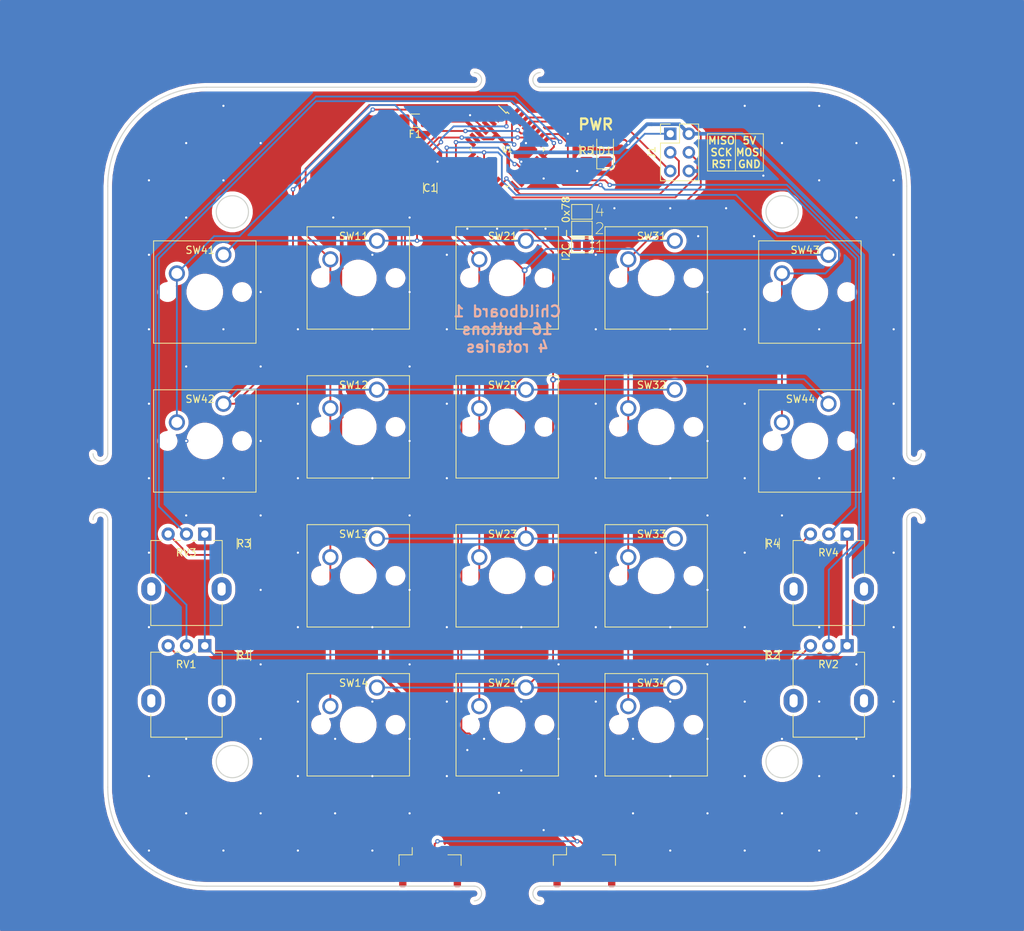
<source format=kicad_pcb>
(kicad_pcb (version 20171130) (host pcbnew "(5.1.9)-1")
  (layers (0 F.Cu signal) (31 B.Cu signal) (34 B.Paste user) (35 F.Paste user) (36 B.SilkS user) (37 F.SilkS user) (38 B.Mask user) (39 F.Mask user) (44 Edge.Cuts user))
  (net 0 "")
  (net 1 MISO)
  (net 2 +5V)
  (net 3 SCK)
  (net 4 MOSI)
  (net 5 RESET)
  (net 6 GND)
  (net 7 SDA)
  (net 8 SCL)
  (net 9 "Net-(U1-Pad22)")
  (net 10 "Net-(U1-Pad19)")
  (net 11 "Net-(U1-Pad8)")
  (net 12 /COL1)
  (net 13 /ROW1)
  (net 14 /ROW2)
  (net 15 /ROW3)
  (net 16 /ROW4)
  (net 17 /COL2)
  (net 18 /COL3)
  (net 19 A2)
  (net 20 A3)
  (net 21 A1)
  (net 22 A0)
  (net 23 /COL4)
  (net 24 "Net-(R1-Pad1)")
  (net 25 "Net-(R2-Pad1)")
  (net 26 "Net-(R3-Pad1)")
  (net 27 "Net-(R4-Pad1)")
  (net 28 "Net-(D1-Pad1)")
  (net 29 "Net-(C1-Pad1)")
  (net 30 /1line)
  (net 31 /2line)
  (net 32 /4line)
  (net 33 "Net-(F1-Pad2)")
  (net 34 "Net-(U1-Pad7)")
  (module Connector_JST:JST_GH_SM04B-GHS-TB_1x04-1MP_P1.25mm_Horizontal (layer F.Cu) (at 67.026 106.426)
    (fp_text reference J3 hide)
    (fp_text value Conn_01x04)
    (pad MP smd roundrect (at 3.725 1.35) (size 1 2.7) (layers F.Cu F.Paste F.Mask))
    (pad MP smd roundrect (at -3.725 1.35) (size 1 2.7) (layers F.Cu F.Paste F.Mask))
    (pad 4 smd roundrect (at 1.875 -1.85) (size 0.6 1.7) (layers F.Cu F.Paste F.Mask) (net 6 GND))
    (pad 3 smd roundrect (at 0.625 -1.85) (size 0.6 1.7) (layers F.Cu F.Paste F.Mask) (net 7 SDA))
    (pad 2 smd roundrect (at -0.625 -1.85) (size 0.6 1.7) (layers F.Cu F.Paste F.Mask) (net 8 SCL))
    (pad 1 smd roundrect (at -1.875 -1.85) (size 0.6 1.7) (layers F.Cu F.Paste F.Mask) (net 33 "Net-(F1-Pad2)"))
  )
  (module Connector_JST:JST_GH_SM04B-GHS-TB_1x04-1MP_P1.25mm_Horizontal (layer F.Cu) (at 45.974 106.426)
    (fp_text reference J2 hide)
    (fp_text value Conn_01x04)
    (pad MP smd roundrect (at 3.725 1.35) (size 1 2.7) (layers F.Cu F.Paste F.Mask))
    (pad MP smd roundrect (at -3.725 1.35) (size 1 2.7) (layers F.Cu F.Paste F.Mask))
    (pad 4 smd roundrect (at 1.875 -1.85) (size 0.6 1.7) (layers F.Cu F.Paste F.Mask) (net 6 GND))
    (pad 3 smd roundrect (at 0.625 -1.85) (size 0.6 1.7) (layers F.Cu F.Paste F.Mask) (net 7 SDA))
    (pad 2 smd roundrect (at -0.625 -1.85) (size 0.6 1.7) (layers F.Cu F.Paste F.Mask) (net 8 SCL))
    (pad 1 smd roundrect (at -1.875 -1.85) (size 0.6 1.7) (layers F.Cu F.Paste F.Mask) (net 33 "Net-(F1-Pad2)"))
  )
  (module Fuse:Fuse_1206_3216Metric_Pad1.42x1.75mm_HandSolder (layer F.Cu) (at 43.942 4.572 180)
    (fp_text reference F1 (at 0 -1.82) (layer F.SilkS))
    (fp_text value Polyfuse)
    (pad 2 smd roundrect (at 1.4875 0 180) (size 1.425 1.75) (layers F.Cu F.Paste F.Mask) (roundrect_rratio 0.175439) (net 33 "Net-(F1-Pad2)"))
    (pad 1 smd roundrect (at -1.4875 0 180) (size 1.425 1.75) (layers F.Cu F.Paste F.Mask) (roundrect_rratio 0.175439) (net 2 +5V))
  )
  (module Package_QFP:TQFP-32_7x7mm_P0.8mm (layer F.Cu) (at 56.5 8.5 315)
    (fp_text reference U1 (at 0 0) (layer F.SilkS) (effects (font (size 0.7 0.7))))
    (fp_text value ATmega328P-AU)
    (pad 32 smd rect (at -2.8 -4.25 45) (size 1.6 0.55) (layers F.Cu F.Paste F.Mask) (net 12 /COL1))
    (pad 31 smd rect (at -2 -4.25 45) (size 1.6 0.55) (layers F.Cu F.Paste F.Mask) (net 17 /COL2))
    (pad 30 smd rect (at -1.2 -4.25 45) (size 1.6 0.55) (layers F.Cu F.Paste F.Mask) (net 18 /COL3))
    (pad 29 smd rect (at -0.4 -4.25 45) (size 1.6 0.55) (layers F.Cu F.Paste F.Mask) (net 5 RESET))
    (pad 28 smd rect (at 0.4 -4.25 45) (size 1.6 0.55) (layers F.Cu F.Paste F.Mask) (net 8 SCL))
    (pad 27 smd rect (at 1.2 -4.25 45) (size 1.6 0.55) (layers F.Cu F.Paste F.Mask) (net 7 SDA))
    (pad 26 smd rect (at 2 -4.25 45) (size 1.6 0.55) (layers F.Cu F.Paste F.Mask) (net 20 A3))
    (pad 25 smd rect (at 2.8 -4.25 45) (size 1.6 0.55) (layers F.Cu F.Paste F.Mask) (net 19 A2))
    (pad 24 smd rect (at 4.25 -2.8 315) (size 1.6 0.55) (layers F.Cu F.Paste F.Mask) (net 21 A1))
    (pad 23 smd rect (at 4.25 -2 315) (size 1.6 0.55) (layers F.Cu F.Paste F.Mask) (net 22 A0))
    (pad 22 smd rect (at 4.25 -1.2 315) (size 1.6 0.55) (layers F.Cu F.Paste F.Mask) (net 9 "Net-(U1-Pad22)"))
    (pad 21 smd rect (at 4.25 -0.4 315) (size 1.6 0.55) (layers F.Cu F.Paste F.Mask) (net 6 GND))
    (pad 20 smd rect (at 4.25 0.4 315) (size 1.6 0.55) (layers F.Cu F.Paste F.Mask) (net 29 "Net-(C1-Pad1)"))
    (pad 19 smd rect (at 4.25 1.2 315) (size 1.6 0.55) (layers F.Cu F.Paste F.Mask) (net 10 "Net-(U1-Pad19)"))
    (pad 18 smd rect (at 4.25 2 315) (size 1.6 0.55) (layers F.Cu F.Paste F.Mask) (net 2 +5V))
    (pad 17 smd rect (at 4.25 2.8 315) (size 1.6 0.55) (layers F.Cu F.Paste F.Mask) (net 3 SCK))
    (pad 16 smd rect (at 2.8 4.25 45) (size 1.6 0.55) (layers F.Cu F.Paste F.Mask) (net 1 MISO))
    (pad 15 smd rect (at 2 4.25 45) (size 1.6 0.55) (layers F.Cu F.Paste F.Mask) (net 4 MOSI))
    (pad 14 smd rect (at 1.2 4.25 45) (size 1.6 0.55) (layers F.Cu F.Paste F.Mask) (net 32 /4line))
    (pad 13 smd rect (at 0.4 4.25 45) (size 1.6 0.55) (layers F.Cu F.Paste F.Mask) (net 31 /2line))
    (pad 12 smd rect (at -0.4 4.25 45) (size 1.6 0.55) (layers F.Cu F.Paste F.Mask) (net 30 /1line))
    (pad 11 smd rect (at -1.2 4.25 45) (size 1.6 0.55) (layers F.Cu F.Paste F.Mask) (net 23 /COL4))
    (pad 10 smd rect (at -2 4.25 45) (size 1.6 0.55) (layers F.Cu F.Paste F.Mask) (net 16 /ROW4))
    (pad 9 smd rect (at -2.8 4.25 45) (size 1.6 0.55) (layers F.Cu F.Paste F.Mask) (net 15 /ROW3))
    (pad 8 smd rect (at -4.25 2.8 315) (size 1.6 0.55) (layers F.Cu F.Paste F.Mask) (net 11 "Net-(U1-Pad8)"))
    (pad 7 smd rect (at -4.25 2 315) (size 1.6 0.55) (layers F.Cu F.Paste F.Mask) (net 34 "Net-(U1-Pad7)"))
    (pad 6 smd rect (at -4.25 1.2 315) (size 1.6 0.55) (layers F.Cu F.Paste F.Mask) (net 2 +5V))
    (pad 5 smd rect (at -4.25 0.4 315) (size 1.6 0.55) (layers F.Cu F.Paste F.Mask) (net 6 GND))
    (pad 4 smd rect (at -4.25 -0.4 315) (size 1.6 0.55) (layers F.Cu F.Paste F.Mask) (net 2 +5V))
    (pad 3 smd rect (at -4.25 -1.2 315) (size 1.6 0.55) (layers F.Cu F.Paste F.Mask) (net 6 GND))
    (pad 2 smd rect (at -4.25 -2 315) (size 1.6 0.55) (layers F.Cu F.Paste F.Mask) (net 14 /ROW2))
    (pad 1 smd rect (at -4.25 -2.8 315) (size 1.6 0.55) (layers F.Cu F.Paste F.Mask) (net 13 /ROW1))
  )
  (module Jumper:SolderJumper-2_P1.3mm_Open_Pad1.0x1.5mm (layer F.Cu) (at 66.69 19.288)
    (fp_text reference JP2 hide)
    (fp_text value Jumper_NO_Small)
    (pad 1 smd rect (at -0.65 0) (size 1 1.5) (layers F.Cu F.Mask) (net 31 /2line))
    (pad 2 smd rect (at 0.65 0) (size 1 1.5) (layers F.Cu F.Mask) (net 6 GND))
  )
  (module Jumper:SolderJumper-2_P1.3mm_Open_Pad1.0x1.5mm (layer F.Cu) (at 66.69 17.002)
    (fp_text reference JP3 hide)
    (fp_text value Jumper_NO_Small)
    (pad 1 smd rect (at -0.65 0) (size 1 1.5) (layers F.Cu F.Mask) (net 32 /4line))
    (pad 2 smd rect (at 0.65 0) (size 1 1.5) (layers F.Cu F.Mask) (net 6 GND))
  )
  (module Jumper:SolderJumper-2_P1.3mm_Open_Pad1.0x1.5mm (layer F.Cu) (at 66.69 21.574)
    (fp_text reference JP1 hide)
    (fp_text value Jumper_NO_Small)
    (pad 1 smd rect (at -0.65 0) (size 1 1.5) (layers F.Cu F.Mask) (net 30 /1line))
    (pad 2 smd rect (at 0.65 0) (size 1 1.5) (layers F.Cu F.Mask) (net 6 GND))
  )
  (module Capacitor_SMD:C_1206_3216Metric_Pad1.33x1.80mm_HandSolder (layer F.Cu) (at 46 13.75 90)
    (fp_text reference C1 (at 0 0 180) (layer F.SilkS))
    (fp_text value 100nF)
    (pad 2 smd roundrect (at 1.5625 0 90) (size 1.325 1.8) (layers F.Cu F.Paste F.Mask) (roundrect_rratio 0.188679) (net 6 GND))
    (pad 1 smd roundrect (at -1.5625 0 90) (size 1.325 1.8) (layers F.Cu F.Paste F.Mask) (roundrect_rratio 0.188679) (net 29 "Net-(C1-Pad1)"))
  )
  (module Button_Switch_Keyboard:SW_Cherry_MX_1.00u_PCB (layer F.Cu) (at 59.04 20.94)
    (fp_text reference SW21 (at -3.16 -0.62) (layer F.SilkS))
    (fp_text value SW_Push)
    (pad "" np_thru_hole circle (at 2.54 5.08) (size 1.7 1.7) (drill 1.7) (layers *.Cu *.Mask))
    (pad "" np_thru_hole circle (at -7.62 5.08) (size 1.7 1.7) (drill 1.7) (layers *.Cu *.Mask))
    (pad "" np_thru_hole circle (at -2.54 5.08) (size 4 4) (drill 4) (layers *.Cu *.Mask))
    (pad 2 thru_hole circle (at -6.35 2.54) (size 2.2 2.2) (drill 1.5) (layers *.Cu *.Mask) (net 17 /COL2))
    (pad 1 thru_hole circle (at 0 0) (size 2.2 2.2) (drill 1.5) (layers *.Cu *.Mask) (net 13 /ROW1))
  )
  (module Resistor_SMD:R_1206_3216Metric_Pad1.30x1.75mm_HandSolder (layer F.Cu) (at 67.31 8.61 270)
    (fp_text reference R5 (at 0.045 0 180) (layer F.SilkS))
    (fp_text value 330)
    (pad 2 smd roundrect (at 1.55 0 270) (size 1.3 1.75) (layers F.Cu F.Paste F.Mask) (roundrect_rratio 0.192308) (net 28 "Net-(D1-Pad1)"))
    (pad 1 smd roundrect (at -1.55 0 270) (size 1.3 1.75) (layers F.Cu F.Paste F.Mask) (roundrect_rratio 0.192308) (net 6 GND))
  )
  (module LED_SMD:LED_1206_3216Metric_Pad1.42x1.75mm_HandSolder (layer F.Cu) (at 69.85 8.6725 90)
    (fp_text reference D1 (at 0 0) (layer F.SilkS))
    (fp_text value LED)
    (pad 2 smd roundrect (at 1.4875 0 90) (size 1.425 1.75) (layers F.Cu F.Paste F.Mask) (roundrect_rratio 0.175439) (net 2 +5V))
    (pad 1 smd roundrect (at -1.4875 0 90) (size 1.425 1.75) (layers F.Cu F.Paste F.Mask) (roundrect_rratio 0.175439) (net 28 "Net-(D1-Pad1)"))
  )
  (module Resistor_SMD:R_1206_3216Metric_Pad1.30x1.75mm_HandSolder (layer F.Cu) (at 92.71 62.256 90)
    (fp_text reference R4 (at 0 0 180) (layer F.SilkS))
    (fp_text value 330)
    (pad 2 smd roundrect (at 1.55 0 90) (size 1.3 1.75) (layers F.Cu F.Paste F.Mask) (roundrect_rratio 0.192308) (net 6 GND))
    (pad 1 smd roundrect (at -1.55 0 90) (size 1.3 1.75) (layers F.Cu F.Paste F.Mask) (roundrect_rratio 0.192308) (net 27 "Net-(R4-Pad1)"))
  )
  (module Resistor_SMD:R_1206_3216Metric_Pad1.30x1.75mm_HandSolder (layer F.Cu) (at 20.574 62.256 90)
    (fp_text reference R3 (at 0 0 180) (layer F.SilkS))
    (fp_text value 330)
    (pad 2 smd roundrect (at 1.55 0 90) (size 1.3 1.75) (layers F.Cu F.Paste F.Mask) (roundrect_rratio 0.192308) (net 6 GND))
    (pad 1 smd roundrect (at -1.55 0 90) (size 1.3 1.75) (layers F.Cu F.Paste F.Mask) (roundrect_rratio 0.192308) (net 26 "Net-(R3-Pad1)"))
  )
  (module Resistor_SMD:R_1206_3216Metric_Pad1.30x1.75mm_HandSolder (layer F.Cu) (at 92.71 77.496 90)
    (fp_text reference R2 (at 0 0 180) (layer F.SilkS))
    (fp_text value 330)
    (pad 2 smd roundrect (at 1.55 0 90) (size 1.3 1.75) (layers F.Cu F.Paste F.Mask) (roundrect_rratio 0.192308) (net 6 GND))
    (pad 1 smd roundrect (at -1.55 0 90) (size 1.3 1.75) (layers F.Cu F.Paste F.Mask) (roundrect_rratio 0.192308) (net 25 "Net-(R2-Pad1)"))
  )
  (module Resistor_SMD:R_1206_3216Metric_Pad1.30x1.75mm_HandSolder (layer F.Cu) (at 20.574 77.496 90)
    (fp_text reference R1 (at 0 0 180) (layer F.SilkS))
    (fp_text value 330)
    (pad 2 smd roundrect (at 1.55 0 90) (size 1.3 1.75) (layers F.Cu F.Paste F.Mask) (roundrect_rratio 0.192308) (net 6 GND))
    (pad 1 smd roundrect (at -1.55 0 90) (size 1.3 1.75) (layers F.Cu F.Paste F.Mask) (roundrect_rratio 0.192308) (net 24 "Net-(R1-Pad1)"))
  )
  (module Connector_PinHeader_2.54mm:PinHeader_2x03_P2.54mm_Vertical (layer F.Cu) (at 78.74 6.35)
    (fp_text reference J1 (at -2.54 2.54 90) (layer F.SilkS))
    (fp_text value Conn_02x03_Odd_Even)
    (pad 6 thru_hole oval (at 2.54 5.08) (size 1.7 1.7) (drill 1) (layers *.Cu *.Mask) (net 6 GND))
    (pad 5 thru_hole oval (at 0 5.08) (size 1.7 1.7) (drill 1) (layers *.Cu *.Mask) (net 5 RESET))
    (pad 4 thru_hole oval (at 2.54 2.54) (size 1.7 1.7) (drill 1) (layers *.Cu *.Mask) (net 4 MOSI))
    (pad 3 thru_hole oval (at 0 2.54) (size 1.7 1.7) (drill 1) (layers *.Cu *.Mask) (net 3 SCK))
    (pad 2 thru_hole oval (at 2.54 0) (size 1.7 1.7) (drill 1) (layers *.Cu *.Mask) (net 2 +5V))
    (pad 1 thru_hole rect (at 0 0) (size 1.7 1.7) (drill 1) (layers *.Cu *.Mask) (net 1 MISO))
  )
  (module Button_Switch_Keyboard:SW_Cherry_MX_1.00u_PCB (layer F.Cu) (at 100.33 43.18)
    (fp_text reference SW44 (at -3.81 -0.635) (layer F.SilkS))
    (fp_text value SW_Push)
    (pad "" np_thru_hole circle (at 2.54 5.08) (size 1.7 1.7) (drill 1.7) (layers *.Cu *.Mask))
    (pad "" np_thru_hole circle (at -7.62 5.08) (size 1.7 1.7) (drill 1.7) (layers *.Cu *.Mask))
    (pad "" np_thru_hole circle (at -2.54 5.08) (size 4 4) (drill 4) (layers *.Cu *.Mask))
    (pad 2 thru_hole circle (at -6.35 2.54) (size 2.2 2.2) (drill 1.5) (layers *.Cu *.Mask) (net 23 /COL4))
    (pad 1 thru_hole circle (at 0 0) (size 2.2 2.2) (drill 1.5) (layers *.Cu *.Mask) (net 16 /ROW4))
  )
  (module Button_Switch_Keyboard:SW_Cherry_MX_1.00u_PCB (layer F.Cu) (at 100.33 22.86)
    (fp_text reference SW43 (at -3.175 -0.635) (layer F.SilkS))
    (fp_text value SW_Push)
    (pad "" np_thru_hole circle (at 2.54 5.08) (size 1.7 1.7) (drill 1.7) (layers *.Cu *.Mask))
    (pad "" np_thru_hole circle (at -7.62 5.08) (size 1.7 1.7) (drill 1.7) (layers *.Cu *.Mask))
    (pad "" np_thru_hole circle (at -2.54 5.08) (size 4 4) (drill 4) (layers *.Cu *.Mask))
    (pad 2 thru_hole circle (at -6.35 2.54) (size 2.2 2.2) (drill 1.5) (layers *.Cu *.Mask) (net 23 /COL4))
    (pad 1 thru_hole circle (at 0 0) (size 2.2 2.2) (drill 1.5) (layers *.Cu *.Mask) (net 15 /ROW3))
  )
  (module Button_Switch_Keyboard:SW_Cherry_MX_1.00u_PCB (layer F.Cu) (at 17.78 43.18)
    (fp_text reference SW42 (at -3.175 -0.635) (layer F.SilkS))
    (fp_text value SW_Push)
    (pad "" np_thru_hole circle (at 2.54 5.08) (size 1.7 1.7) (drill 1.7) (layers *.Cu *.Mask))
    (pad "" np_thru_hole circle (at -7.62 5.08) (size 1.7 1.7) (drill 1.7) (layers *.Cu *.Mask))
    (pad "" np_thru_hole circle (at -2.54 5.08) (size 4 4) (drill 4) (layers *.Cu *.Mask))
    (pad 2 thru_hole circle (at -6.35 2.54) (size 2.2 2.2) (drill 1.5) (layers *.Cu *.Mask) (net 23 /COL4))
    (pad 1 thru_hole circle (at 0 0) (size 2.2 2.2) (drill 1.5) (layers *.Cu *.Mask) (net 14 /ROW2))
  )
  (module Button_Switch_Keyboard:SW_Cherry_MX_1.00u_PCB (layer F.Cu) (at 17.78 22.86)
    (fp_text reference SW41 (at -3.175 -0.635) (layer F.SilkS))
    (fp_text value SW_Push)
    (pad "" np_thru_hole circle (at 2.54 5.08) (size 1.7 1.7) (drill 1.7) (layers *.Cu *.Mask))
    (pad "" np_thru_hole circle (at -7.62 5.08) (size 1.7 1.7) (drill 1.7) (layers *.Cu *.Mask))
    (pad "" np_thru_hole circle (at -2.54 5.08) (size 4 4) (drill 4) (layers *.Cu *.Mask))
    (pad 2 thru_hole circle (at -6.35 2.54) (size 2.2 2.2) (drill 1.5) (layers *.Cu *.Mask) (net 23 /COL4))
    (pad 1 thru_hole circle (at 0 0) (size 2.2 2.2) (drill 1.5) (layers *.Cu *.Mask) (net 13 /ROW1))
  )
  (module Potentiometer_THT:Potentiometer_Alpha_RD901F-40-00D_Single_Vertical (layer F.Cu) (at 102.87 60.96 270)
    (fp_text reference RV4 (at 2.54 2.54) (layer F.SilkS))
    (fp_text value R_POT)
    (pad "" thru_hole oval (at 7.5 -2.3) (size 2.72 3.24) (drill oval 1.1 1.8) (layers *.Cu *.Mask))
    (pad "" thru_hole oval (at 7.5 7.3) (size 2.72 3.24) (drill oval 1.1 1.8) (layers *.Cu *.Mask))
    (pad 3 thru_hole circle (at 0 5) (size 1.8 1.8) (drill 1) (layers *.Cu *.Mask) (net 27 "Net-(R4-Pad1)"))
    (pad 2 thru_hole circle (at 0 2.5) (size 1.8 1.8) (drill 1) (layers *.Cu *.Mask) (net 22 A0))
    (pad 1 thru_hole rect (at 0 0) (size 1.8 1.8) (drill 1) (layers *.Cu *.Mask) (net 2 +5V))
  )
  (module Potentiometer_THT:Potentiometer_Alpha_RD901F-40-00D_Single_Vertical (layer F.Cu) (at 15.24 60.96 270)
    (fp_text reference RV3 (at 2.54 2.54) (layer F.SilkS))
    (fp_text value R_POT)
    (pad "" thru_hole oval (at 7.5 -2.3) (size 2.72 3.24) (drill oval 1.1 1.8) (layers *.Cu *.Mask))
    (pad "" thru_hole oval (at 7.5 7.3) (size 2.72 3.24) (drill oval 1.1 1.8) (layers *.Cu *.Mask))
    (pad 3 thru_hole circle (at 0 5) (size 1.8 1.8) (drill 1) (layers *.Cu *.Mask) (net 26 "Net-(R3-Pad1)"))
    (pad 2 thru_hole circle (at 0 2.5) (size 1.8 1.8) (drill 1) (layers *.Cu *.Mask) (net 21 A1))
    (pad 1 thru_hole rect (at 0 0) (size 1.8 1.8) (drill 1) (layers *.Cu *.Mask) (net 2 +5V))
  )
  (module Potentiometer_THT:Potentiometer_Alpha_RD901F-40-00D_Single_Vertical (layer F.Cu) (at 102.87 76.2 270)
    (fp_text reference RV2 (at 2.54 2.54) (layer F.SilkS))
    (fp_text value R_POT)
    (pad "" thru_hole oval (at 7.5 -2.3) (size 2.72 3.24) (drill oval 1.1 1.8) (layers *.Cu *.Mask))
    (pad "" thru_hole oval (at 7.5 7.3) (size 2.72 3.24) (drill oval 1.1 1.8) (layers *.Cu *.Mask))
    (pad 3 thru_hole circle (at 0 5) (size 1.8 1.8) (drill 1) (layers *.Cu *.Mask) (net 25 "Net-(R2-Pad1)"))
    (pad 2 thru_hole circle (at 0 2.5) (size 1.8 1.8) (drill 1) (layers *.Cu *.Mask) (net 20 A3))
    (pad 1 thru_hole rect (at 0 0) (size 1.8 1.8) (drill 1) (layers *.Cu *.Mask) (net 2 +5V))
  )
  (module Potentiometer_THT:Potentiometer_Alpha_RD901F-40-00D_Single_Vertical (layer F.Cu) (at 15.24 76.2 270)
    (fp_text reference RV1 (at 2.54 2.54 180) (layer F.SilkS))
    (fp_text value R_POT)
    (pad "" thru_hole oval (at 7.5 -2.3) (size 2.72 3.24) (drill oval 1.1 1.8) (layers *.Cu *.Mask))
    (pad "" thru_hole oval (at 7.5 7.3) (size 2.72 3.24) (drill oval 1.1 1.8) (layers *.Cu *.Mask))
    (pad 3 thru_hole circle (at 0 5) (size 1.8 1.8) (drill 1) (layers *.Cu *.Mask) (net 24 "Net-(R1-Pad1)"))
    (pad 2 thru_hole circle (at 0 2.5) (size 1.8 1.8) (drill 1) (layers *.Cu *.Mask) (net 19 A2))
    (pad 1 thru_hole rect (at 0 0) (size 1.8 1.8) (drill 1) (layers *.Cu *.Mask) (net 2 +5V))
  )
  (module Button_Switch_Keyboard:SW_Cherry_MX_1.00u_PCB (layer F.Cu) (at 79.36 81.9)
    (fp_text reference SW34 (at -3.16 -0.62) (layer F.SilkS))
    (fp_text value SW_Push)
    (pad "" np_thru_hole circle (at 2.54 5.08) (size 1.7 1.7) (drill 1.7) (layers *.Cu *.Mask))
    (pad "" np_thru_hole circle (at -7.62 5.08) (size 1.7 1.7) (drill 1.7) (layers *.Cu *.Mask))
    (pad "" np_thru_hole circle (at -2.54 5.08) (size 4 4) (drill 4) (layers *.Cu *.Mask))
    (pad 2 thru_hole circle (at -6.35 2.54) (size 2.2 2.2) (drill 1.5) (layers *.Cu *.Mask) (net 18 /COL3))
    (pad 1 thru_hole circle (at 0 0) (size 2.2 2.2) (drill 1.5) (layers *.Cu *.Mask) (net 16 /ROW4))
  )
  (module Button_Switch_Keyboard:SW_Cherry_MX_1.00u_PCB (layer F.Cu) (at 79.36 61.58)
    (fp_text reference SW33 (at -3.16 -0.62) (layer F.SilkS))
    (fp_text value SW_Push)
    (pad "" np_thru_hole circle (at 2.54 5.08) (size 1.7 1.7) (drill 1.7) (layers *.Cu *.Mask))
    (pad "" np_thru_hole circle (at -7.62 5.08) (size 1.7 1.7) (drill 1.7) (layers *.Cu *.Mask))
    (pad "" np_thru_hole circle (at -2.54 5.08) (size 4 4) (drill 4) (layers *.Cu *.Mask))
    (pad 2 thru_hole circle (at -6.35 2.54) (size 2.2 2.2) (drill 1.5) (layers *.Cu *.Mask) (net 18 /COL3))
    (pad 1 thru_hole circle (at 0 0) (size 2.2 2.2) (drill 1.5) (layers *.Cu *.Mask) (net 15 /ROW3))
  )
  (module Button_Switch_Keyboard:SW_Cherry_MX_1.00u_PCB (layer F.Cu) (at 79.36 41.26)
    (fp_text reference SW32 (at -3.16 -0.62) (layer F.SilkS))
    (fp_text value SW_Push)
    (pad "" np_thru_hole circle (at 2.54 5.08) (size 1.7 1.7) (drill 1.7) (layers *.Cu *.Mask))
    (pad "" np_thru_hole circle (at -7.62 5.08) (size 1.7 1.7) (drill 1.7) (layers *.Cu *.Mask))
    (pad "" np_thru_hole circle (at -2.54 5.08) (size 4 4) (drill 4) (layers *.Cu *.Mask))
    (pad 2 thru_hole circle (at -6.35 2.54) (size 2.2 2.2) (drill 1.5) (layers *.Cu *.Mask) (net 18 /COL3))
    (pad 1 thru_hole circle (at 0 0) (size 2.2 2.2) (drill 1.5) (layers *.Cu *.Mask) (net 14 /ROW2))
  )
  (module Button_Switch_Keyboard:SW_Cherry_MX_1.00u_PCB (layer F.Cu) (at 79.36 20.94)
    (fp_text reference SW31 (at -3.16 -0.62) (layer F.SilkS))
    (fp_text value SW_Push)
    (pad "" np_thru_hole circle (at 2.54 5.08) (size 1.7 1.7) (drill 1.7) (layers *.Cu *.Mask))
    (pad "" np_thru_hole circle (at -7.62 5.08) (size 1.7 1.7) (drill 1.7) (layers *.Cu *.Mask))
    (pad "" np_thru_hole circle (at -2.54 5.08) (size 4 4) (drill 4) (layers *.Cu *.Mask))
    (pad 2 thru_hole circle (at -6.35 2.54) (size 2.2 2.2) (drill 1.5) (layers *.Cu *.Mask) (net 18 /COL3))
    (pad 1 thru_hole circle (at 0 0) (size 2.2 2.2) (drill 1.5) (layers *.Cu *.Mask) (net 13 /ROW1))
  )
  (module Button_Switch_Keyboard:SW_Cherry_MX_1.00u_PCB (layer F.Cu) (at 59.04 81.9)
    (fp_text reference SW24 (at -3.16 -0.62) (layer F.SilkS))
    (fp_text value SW_Push)
    (pad "" np_thru_hole circle (at 2.54 5.08) (size 1.7 1.7) (drill 1.7) (layers *.Cu *.Mask))
    (pad "" np_thru_hole circle (at -7.62 5.08) (size 1.7 1.7) (drill 1.7) (layers *.Cu *.Mask))
    (pad "" np_thru_hole circle (at -2.54 5.08) (size 4 4) (drill 4) (layers *.Cu *.Mask))
    (pad 2 thru_hole circle (at -6.35 2.54) (size 2.2 2.2) (drill 1.5) (layers *.Cu *.Mask) (net 17 /COL2))
    (pad 1 thru_hole circle (at 0 0) (size 2.2 2.2) (drill 1.5) (layers *.Cu *.Mask) (net 16 /ROW4))
  )
  (module Button_Switch_Keyboard:SW_Cherry_MX_1.00u_PCB (layer F.Cu) (at 59.04 61.58)
    (fp_text reference SW23 (at -3.16 -0.62) (layer F.SilkS))
    (fp_text value SW_Push)
    (pad "" np_thru_hole circle (at 2.54 5.08) (size 1.7 1.7) (drill 1.7) (layers *.Cu *.Mask))
    (pad "" np_thru_hole circle (at -7.62 5.08) (size 1.7 1.7) (drill 1.7) (layers *.Cu *.Mask))
    (pad "" np_thru_hole circle (at -2.54 5.08) (size 4 4) (drill 4) (layers *.Cu *.Mask))
    (pad 2 thru_hole circle (at -6.35 2.54) (size 2.2 2.2) (drill 1.5) (layers *.Cu *.Mask) (net 17 /COL2))
    (pad 1 thru_hole circle (at 0 0) (size 2.2 2.2) (drill 1.5) (layers *.Cu *.Mask) (net 15 /ROW3))
  )
  (module Button_Switch_Keyboard:SW_Cherry_MX_1.00u_PCB (layer F.Cu) (at 59.04 41.26)
    (fp_text reference SW22 (at -3.16 -0.62) (layer F.SilkS))
    (fp_text value SW_Push)
    (pad "" np_thru_hole circle (at 2.54 5.08) (size 1.7 1.7) (drill 1.7) (layers *.Cu *.Mask))
    (pad "" np_thru_hole circle (at -7.62 5.08) (size 1.7 1.7) (drill 1.7) (layers *.Cu *.Mask))
    (pad "" np_thru_hole circle (at -2.54 5.08) (size 4 4) (drill 4) (layers *.Cu *.Mask))
    (pad 2 thru_hole circle (at -6.35 2.54) (size 2.2 2.2) (drill 1.5) (layers *.Cu *.Mask) (net 17 /COL2))
    (pad 1 thru_hole circle (at 0 0) (size 2.2 2.2) (drill 1.5) (layers *.Cu *.Mask) (net 14 /ROW2))
  )
  (module Button_Switch_Keyboard:SW_Cherry_MX_1.00u_PCB (layer F.Cu) (at 38.72 81.9)
    (fp_text reference SW14 (at -3.16 -0.62) (layer F.SilkS))
    (fp_text value SW_Push)
    (pad "" np_thru_hole circle (at 2.54 5.08) (size 1.7 1.7) (drill 1.7) (layers *.Cu *.Mask))
    (pad "" np_thru_hole circle (at -7.62 5.08) (size 1.7 1.7) (drill 1.7) (layers *.Cu *.Mask))
    (pad "" np_thru_hole circle (at -2.54 5.08) (size 4 4) (drill 4) (layers *.Cu *.Mask))
    (pad 2 thru_hole circle (at -6.35 2.54) (size 2.2 2.2) (drill 1.5) (layers *.Cu *.Mask) (net 12 /COL1))
    (pad 1 thru_hole circle (at 0 0) (size 2.2 2.2) (drill 1.5) (layers *.Cu *.Mask) (net 16 /ROW4))
  )
  (module Button_Switch_Keyboard:SW_Cherry_MX_1.00u_PCB (layer F.Cu) (at 38.72 61.58)
    (fp_text reference SW13 (at -3.16 -0.62) (layer F.SilkS))
    (fp_text value SW_Push)
    (pad "" np_thru_hole circle (at 2.54 5.08) (size 1.7 1.7) (drill 1.7) (layers *.Cu *.Mask))
    (pad "" np_thru_hole circle (at -7.62 5.08) (size 1.7 1.7) (drill 1.7) (layers *.Cu *.Mask))
    (pad "" np_thru_hole circle (at -2.54 5.08) (size 4 4) (drill 4) (layers *.Cu *.Mask))
    (pad 2 thru_hole circle (at -6.35 2.54) (size 2.2 2.2) (drill 1.5) (layers *.Cu *.Mask) (net 12 /COL1))
    (pad 1 thru_hole circle (at 0 0) (size 2.2 2.2) (drill 1.5) (layers *.Cu *.Mask) (net 15 /ROW3))
  )
  (module Button_Switch_Keyboard:SW_Cherry_MX_1.00u_PCB (layer F.Cu) (at 38.72 41.26)
    (fp_text reference SW12 (at -3.16 -0.62) (layer F.SilkS))
    (fp_text value SW_Push)
    (pad "" np_thru_hole circle (at 2.54 5.08) (size 1.7 1.7) (drill 1.7) (layers *.Cu *.Mask))
    (pad "" np_thru_hole circle (at -7.62 5.08) (size 1.7 1.7) (drill 1.7) (layers *.Cu *.Mask))
    (pad "" np_thru_hole circle (at -2.54 5.08) (size 4 4) (drill 4) (layers *.Cu *.Mask))
    (pad 2 thru_hole circle (at -6.35 2.54) (size 2.2 2.2) (drill 1.5) (layers *.Cu *.Mask) (net 12 /COL1))
    (pad 1 thru_hole circle (at 0 0) (size 2.2 2.2) (drill 1.5) (layers *.Cu *.Mask) (net 14 /ROW2))
  )
  (module Button_Switch_Keyboard:SW_Cherry_MX_1.00u_PCB (layer F.Cu) (at 38.72 20.94)
    (fp_text reference SW11 (at -3.16 -0.62) (layer F.SilkS))
    (fp_text value SW_Push)
    (pad "" np_thru_hole circle (at 2.54 5.08) (size 1.7 1.7) (drill 1.7) (layers *.Cu *.Mask))
    (pad "" np_thru_hole circle (at -7.62 5.08) (size 1.7 1.7) (drill 1.7) (layers *.Cu *.Mask))
    (pad "" np_thru_hole circle (at -2.54 5.08) (size 4 4) (drill 4) (layers *.Cu *.Mask))
    (pad 2 thru_hole circle (at -6.35 2.54) (size 2.2 2.2) (drill 1.5) (layers *.Cu *.Mask) (net 12 /COL1))
    (pad 1 thru_hole circle (at 0 0) (size 2.2 2.2) (drill 1.5) (layers *.Cu *.Mask) (net 13 /ROW1))
  )
  (gr_text "I2C - 0x78" (at 64.516 19.288 90) (layer F.SilkS) (effects (font (size 1 1))))
  (gr_text "4\n2\n1" (at 68.326 19.288) (layer F.SilkS) (effects (font (size 1.5 1.5) (thickness 0.1)) (justify left)))
  (gr_text "Childboard 1\n16 buttons\n4 rotaries" (at 56.5 33) (layer B.SilkS) (effects (font (size 1.5 1.5) (thickness 0.3)) (justify mirror)))
  (gr_arc (start 112 59) (end 113 59) (angle -180) (layer Edge.Cuts) (width 0.15))
  (gr_arc (start 112 50) (end 111 50) (angle -180) (layer Edge.Cuts) (width 0.15))
  (gr_arc (start 52 110) (end 52 111) (angle -180) (layer Edge.Cuts) (width 0.15))
  (gr_arc (start 61 110) (end 61 109) (angle -180) (layer Edge.Cuts) (width 0.15))
  (gr_arc (start 1 50) (end 0 50) (angle -180) (layer Edge.Cuts) (width 0.15))
  (gr_arc (start 1 59) (end 2 59) (angle -180) (layer Edge.Cuts) (width 0.15))
  (gr_arc (start 61 -1) (end 61 -2) (angle -180) (layer Edge.Cuts) (width 0.15))
  (gr_arc (start 52 -1) (end 52 0) (angle -180) (layer Edge.Cuts) (width 0.15))
  (gr_line (start 15.5 109) (end 52 109) (layer Edge.Cuts) (width 0.15))
  (gr_line (start 97.5 109) (end 61 109) (layer Edge.Cuts) (width 0.15))
  (gr_line (start 111 95.5) (end 111 59) (layer Edge.Cuts) (width 0.15))
  (gr_line (start 111 13.5) (end 111 50) (layer Edge.Cuts) (width 0.15))
  (gr_line (start 2 13.5) (end 2 50) (layer Edge.Cuts) (width 0.15))
  (gr_line (start 2 95.5) (end 2 59) (layer Edge.Cuts) (width 0.15))
  (gr_line (start 97.5 0) (end 61 0) (layer Edge.Cuts) (width 0.15))
  (gr_line (start 91.44 11.43) (end 83.82 11.43) (layer F.SilkS) (width 0.12))
  (gr_line (start 91.44 6.35) (end 91.44 11.43) (layer F.SilkS) (width 0.12))
  (gr_line (start 83.82 6.35) (end 91.44 6.35) (layer F.SilkS) (width 0.12))
  (gr_line (start 87.63 6.35) (end 87.63 11.43) (layer F.SilkS) (width 0.12))
  (gr_line (start 83.82 6.35) (end 83.82 11.43) (layer F.SilkS) (width 0.12))
  (gr_text "5V\nMOSI\nGND" (at 89.535 8.89) (layer F.SilkS) (effects (font (size 1 1) (thickness 0.2))))
  (gr_text "MISO\nSCK\nRST" (at 85.725 8.89) (layer F.SilkS) (effects (font (size 1 1) (thickness 0.2))))
  (gr_text PWR (at 68.58 5.08) (layer F.SilkS) (effects (font (size 1.5 1.5) (thickness 0.3))))
  (gr_circle (center 19 92) (end 19 89.8) (layer Edge.Cuts) (width 0.15))
  (gr_circle (center 94 92) (end 91.8 92) (layer Edge.Cuts) (width 0.15))
  (gr_circle (center 94 17) (end 94 19.2) (layer Edge.Cuts) (width 0.15))
  (gr_circle (center 19 17) (end 21.2 17) (layer Edge.Cuts) (width 0.15))
  (gr_arc (start 15.5 95.5) (end 2 95.5) (angle -90) (layer Edge.Cuts) (width 0.15))
  (gr_arc (start 97.5 95.5) (end 97.5 109) (angle -90) (layer Edge.Cuts) (width 0.15))
  (gr_arc (start 97.5 13.5) (end 111 13.5) (angle -90) (layer Edge.Cuts) (width 0.15))
  (gr_arc (start 15.5 13.5) (end 15.5 0) (angle -90) (layer Edge.Cuts) (width 0.15))
  (gr_line (start 15.5 0) (end 52 0) (layer Edge.Cuts) (width 0.15))
  (via (at 56.388 12.452) (size 0.6) (drill 0.3) (layers F.Cu B.Cu) (net 1))
  (segment (start 56.388 12.452) (end 56.388 12.571798) (width 0.25) (layer F.Cu) (net 1))
  (segment (start 56.388 12.571798) (end 55.474695 13.485103) (width 0.25) (layer F.Cu) (net 1))
  (segment (start 57.785 13.849) (end 56.388 12.452) (width 0.25) (layer B.Cu) (net 1))
  (segment (start 67.775998 13.849) (end 57.785 13.849) (width 0.25) (layer B.Cu) (net 1))
  (segment (start 75.274998 6.35) (end 67.775998 13.849) (width 0.25) (layer B.Cu) (net 1))
  (segment (start 78.74 6.35) (end 75.274998 6.35) (width 0.25) (layer B.Cu) (net 1))
  (segment (start 79.979999 5.049999) (end 81.28 6.35) (width 0.5) (layer B.Cu) (net 2))
  (segment (start 75.576681 5.049999) (end 76.230001 5.049999) (width 0.5) (layer B.Cu) (net 2))
  (segment (start 76.230001 5.049999) (end 75.595001 5.049999) (width 0.5) (layer B.Cu) (net 2))
  (segment (start 79.979999 5.049999) (end 76.230001 5.049999) (width 0.5) (layer B.Cu) (net 2))
  (via (at 73.01584 7.61084) (size 0.6) (drill 0.3) (layers F.Cu B.Cu) (net 2))
  (segment (start 72.59 7.185) (end 73.01584 7.61084) (width 0.25) (layer F.Cu) (net 2))
  (segment (start 69.85 7.185) (end 72.59 7.185) (width 0.25) (layer F.Cu) (net 2))
  (segment (start 73.01584 7.61084) (end 75.576681 5.049999) (width 0.5) (layer B.Cu) (net 2))
  (segment (start 15.24 76.2) (end 15.24 60.96) (width 0.25) (layer B.Cu) (net 2))
  (segment (start 102.87 76.2) (end 102.87 60.96) (width 0.25) (layer F.Cu) (net 2))
  (segment (start 101.644999 77.425001) (end 102.87 76.2) (width 0.25) (layer B.Cu) (net 2))
  (segment (start 16.465001 77.425001) (end 101.644999 77.425001) (width 0.25) (layer B.Cu) (net 2))
  (segment (start 15.24 76.2) (end 16.465001 77.425001) (width 0.25) (layer B.Cu) (net 2))
  (segment (start 58.09099 12.919417) (end 57.446526 12.274953) (width 0.5) (layer F.Cu) (net 2))
  (segment (start 56.630001 11.352377) (end 56.630001 8.064315) (width 0.5) (layer F.Cu) (net 2))
  (segment (start 58.09099 12.813366) (end 56.630001 11.352377) (width 0.5) (layer F.Cu) (net 2))
  (segment (start 58.09099 12.919417) (end 58.09099 12.813366) (width 0.5) (layer F.Cu) (net 2))
  (segment (start 56.630001 8.064315) (end 56.532843 7.967157) (width 0.5) (layer F.Cu) (net 2))
  (segment (start 57.240082 8.88084) (end 56.584242 8.225) (width 0.5) (layer B.Cu) (net 2))
  (segment (start 71.74584 8.88084) (end 57.240082 8.88084) (width 0.5) (layer B.Cu) (net 2))
  (segment (start 73.01584 7.61084) (end 71.74584 8.88084) (width 0.5) (layer B.Cu) (net 2))
  (via (at 56.584242 8.225) (size 0.8) (drill 0.4) (layers F.Cu B.Cu) (net 2))
  (segment (start 54.512211 6.987789) (end 55.032843 6.467157) (width 0.5) (layer F.Cu) (net 2))
  (segment (start 53.290733 6.987789) (end 54.512211 6.987789) (width 0.5) (layer F.Cu) (net 2))
  (segment (start 55.032843 6.467157) (end 53.777639 5.211953) (width 0.5) (layer F.Cu) (net 2))
  (segment (start 52.646268 6.343324) (end 53.290733 6.987789) (width 0.5) (layer F.Cu) (net 2))
  (segment (start 56.532843 7.967157) (end 55.032843 6.467157) (width 0.5) (layer F.Cu) (net 2))
  (segment (start 88.487865 6.35) (end 81.28 6.35) (width 0.5) (layer B.Cu) (net 2))
  (segment (start 105.07002 22.932155) (end 88.487865 6.35) (width 0.5) (layer B.Cu) (net 2))
  (segment (start 105.07002 61.958168) (end 105.07002 22.932155) (width 0.5) (layer B.Cu) (net 2))
  (segment (start 102.87 64.158188) (end 105.07002 61.958168) (width 0.5) (layer B.Cu) (net 2))
  (segment (start 102.87 76.2) (end 102.87 64.158188) (width 0.5) (layer B.Cu) (net 2))
  (segment (start 50.874944 4.572) (end 52.646268 6.343324) (width 0.5) (layer F.Cu) (net 2))
  (segment (start 45.4295 4.572) (end 50.874944 4.572) (width 0.5) (layer F.Cu) (net 2))
  (segment (start 77.315805 14.593197) (end 79.915001 11.994001) (width 0.25) (layer F.Cu) (net 3))
  (segment (start 79.915001 11.994001) (end 79.915001 10.065001) (width 0.25) (layer F.Cu) (net 3))
  (segment (start 58.24449 14.593197) (end 77.315805 14.593197) (width 0.25) (layer F.Cu) (net 3))
  (segment (start 79.915001 10.065001) (end 78.74 8.89) (width 0.25) (layer F.Cu) (net 3))
  (segment (start 57.525305 13.485103) (end 57.525305 13.874012) (width 0.25) (layer F.Cu) (net 3))
  (segment (start 57.525305 13.874012) (end 58.24449 14.593197) (width 0.25) (layer F.Cu) (net 3))
  (segment (start 57.525305 13.485103) (end 58.044769 14.004567) (width 0.25) (layer F.Cu) (net 3))
  (segment (start 79.878749 14.570253) (end 79.927001 14.522001) (width 0.25) (layer F.Cu) (net 4))
  (segment (start 79.927001 14.522001) (end 82.455001 11.994001) (width 0.25) (layer F.Cu) (net 4))
  (segment (start 82.455001 11.994001) (end 82.455001 10.065001) (width 0.25) (layer F.Cu) (net 4))
  (segment (start 82.455001 10.065001) (end 81.28 8.89) (width 0.25) (layer F.Cu) (net 4))
  (segment (start 79.405795 15.043207) (end 79.927001 14.522001) (width 0.25) (layer F.Cu) (net 4))
  (segment (start 55.441793 15.043207) (end 79.405795 15.043207) (width 0.25) (layer F.Cu) (net 4))
  (segment (start 54.389545 13.990959) (end 55.441793 15.043207) (width 0.25) (layer F.Cu) (net 4))
  (segment (start 54.389545 13.438882) (end 54.389545 13.990959) (width 0.25) (layer F.Cu) (net 4))
  (segment (start 54.90901 12.919417) (end 54.389545 13.438882) (width 0.25) (layer F.Cu) (net 4))
  (segment (start 78.74 11.43) (end 72.002489 4.692489) (width 0.25) (layer F.Cu) (net 5))
  (segment (start 72.002489 4.692489) (end 59.741825 4.692489) (width 0.25) (layer F.Cu) (net 5))
  (segment (start 59.741825 4.692489) (end 59.222361 5.211953) (width 0.25) (layer F.Cu) (net 5))
  (via (at 73.66 99.06) (size 0.6) (drill 0.3) (layers F.Cu B.Cu) (net 6))
  (via (at 78.74 104.14) (size 0.6) (drill 0.3) (layers F.Cu B.Cu) (net 6))
  (via (at 83.82 99.06) (size 0.6) (drill 0.3) (layers F.Cu B.Cu) (net 6))
  (via (at 27.94 104.14) (size 0.6) (drill 0.3) (layers F.Cu B.Cu) (net 6))
  (via (at 33.02 99.06) (size 0.6) (drill 0.3) (layers F.Cu B.Cu) (net 6))
  (via (at 38.1 104.14) (size 0.6) (drill 0.3) (layers F.Cu B.Cu) (net 6))
  (via (at 43.18 99.06) (size 0.6) (drill 0.3) (layers F.Cu B.Cu) (net 6))
  (via (at 7.62 104.14) (size 0.6) (drill 0.3) (layers F.Cu B.Cu) (net 6))
  (via (at 12.7 99.06) (size 0.6) (drill 0.3) (layers F.Cu B.Cu) (net 6))
  (via (at 17.78 104.14) (size 0.6) (drill 0.3) (layers F.Cu B.Cu) (net 6))
  (via (at 22.86 99.06) (size 0.6) (drill 0.3) (layers F.Cu B.Cu) (net 6))
  (via (at 68.58 93.98) (size 0.6) (drill 0.3) (layers F.Cu B.Cu) (net 6))
  (via (at 73.66 88.9) (size 0.6) (drill 0.3) (layers F.Cu B.Cu) (net 6))
  (via (at 78.74 93.98) (size 0.6) (drill 0.3) (layers F.Cu B.Cu) (net 6))
  (via (at 83.82 88.9) (size 0.6) (drill 0.3) (layers F.Cu B.Cu) (net 6))
  (via (at 48.26 93.98) (size 0.6) (drill 0.3) (layers F.Cu B.Cu) (net 6))
  (via (at 53.34 88.9) (size 0.6) (drill 0.3) (layers F.Cu B.Cu) (net 6))
  (via (at 63.5 88.9) (size 0.6) (drill 0.3) (layers F.Cu B.Cu) (net 6))
  (via (at 27.94 93.98) (size 0.6) (drill 0.3) (layers F.Cu B.Cu) (net 6))
  (via (at 33.02 88.9) (size 0.6) (drill 0.3) (layers F.Cu B.Cu) (net 6))
  (via (at 38.1 93.98) (size 0.6) (drill 0.3) (layers F.Cu B.Cu) (net 6))
  (via (at 43.18 88.9) (size 0.6) (drill 0.3) (layers F.Cu B.Cu) (net 6))
  (via (at 109.22 22.86) (size 0.6) (drill 0.3) (layers F.Cu B.Cu) (net 6))
  (via (at 109.22 33.02) (size 0.6) (drill 0.3) (layers F.Cu B.Cu) (net 6))
  (via (at 109.22 43.18) (size 0.6) (drill 0.3) (layers F.Cu B.Cu) (net 6))
  (via (at 109.22 53.34) (size 0.6) (drill 0.3) (layers F.Cu B.Cu) (net 6))
  (via (at 109.22 63.5) (size 0.6) (drill 0.3) (layers F.Cu B.Cu) (net 6))
  (via (at 109.22 73.66) (size 0.6) (drill 0.3) (layers F.Cu B.Cu) (net 6))
  (via (at 109.22 83.82) (size 0.6) (drill 0.3) (layers F.Cu B.Cu) (net 6))
  (via (at 109.22 93.98) (size 0.6) (drill 0.3) (layers F.Cu B.Cu) (net 6))
  (via (at 104.14 88.9) (size 0.6) (drill 0.3) (layers F.Cu B.Cu) (net 6))
  (via (at 104.14 99.06) (size 0.6) (drill 0.3) (layers F.Cu B.Cu) (net 6))
  (via (at 99.06 93.98) (size 0.6) (drill 0.3) (layers F.Cu B.Cu) (net 6))
  (via (at 99.06 104.14) (size 0.6) (drill 0.3) (layers F.Cu B.Cu) (net 6))
  (via (at 93.98 99.06) (size 0.6) (drill 0.3) (layers F.Cu B.Cu) (net 6))
  (via (at 88.9 104.14) (size 0.6) (drill 0.3) (layers F.Cu B.Cu) (net 6))
  (via (at 64.77 6.35) (size 0.6) (drill 0.3) (layers F.Cu B.Cu) (net 6))
  (via (at 66.04 11.43) (size 0.6) (drill 0.3) (layers F.Cu B.Cu) (net 6))
  (via (at 91.44 12.065) (size 0.6) (drill 0.3) (layers F.Cu B.Cu) (net 6))
  (via (at 46.99 10.16) (size 0.6) (drill 0.3) (layers F.Cu B.Cu) (net 6))
  (via (at 93.98 7.62) (size 0.6) (drill 0.3) (layers F.Cu B.Cu) (net 6))
  (via (at 99.06 2.54) (size 0.6) (drill 0.3) (layers F.Cu B.Cu) (net 6))
  (via (at 104.14 7.62) (size 0.6) (drill 0.3) (layers F.Cu B.Cu) (net 6))
  (via (at 99.06 12.7) (size 0.6) (drill 0.3) (layers F.Cu B.Cu) (net 6))
  (via (at 104.14 17.78) (size 0.6) (drill 0.3) (layers F.Cu B.Cu) (net 6))
  (via (at 109.22 12.7) (size 0.6) (drill 0.3) (layers F.Cu B.Cu) (net 6))
  (via (at 88.9 2.54) (size 0.6) (drill 0.3) (layers F.Cu B.Cu) (net 6))
  (via (at 7.62 93.98) (size 0.6) (drill 0.3) (layers F.Cu B.Cu) (net 6))
  (via (at 27.94 83.82) (size 0.6) (drill 0.3) (layers F.Cu B.Cu) (net 6))
  (via (at 22.86 88.9) (size 0.6) (drill 0.3) (layers F.Cu B.Cu) (net 6))
  (via (at 48.26 83.82) (size 0.6) (drill 0.3) (layers F.Cu B.Cu) (net 6))
  (via (at 38.1 83.82) (size 0.6) (drill 0.3) (layers F.Cu B.Cu) (net 6))
  (via (at 58.42 83.82) (size 0.6) (drill 0.3) (layers F.Cu B.Cu) (net 6))
  (via (at 68.58 83.82) (size 0.6) (drill 0.3) (layers F.Cu B.Cu) (net 6))
  (via (at 78.74 83.82) (size 0.6) (drill 0.3) (layers F.Cu B.Cu) (net 6))
  (via (at 88.9 83.82) (size 0.6) (drill 0.3) (layers F.Cu B.Cu) (net 6))
  (via (at 88.9 93.98) (size 0.6) (drill 0.3) (layers F.Cu B.Cu) (net 6))
  (via (at 93.98 88.9) (size 0.6) (drill 0.3) (layers F.Cu B.Cu) (net 6))
  (via (at 99.06 83.82) (size 0.6) (drill 0.3) (layers F.Cu B.Cu) (net 6))
  (via (at 83.82 78.74) (size 0.6) (drill 0.3) (layers F.Cu B.Cu) (net 6))
  (via (at 63.5 78.74) (size 0.6) (drill 0.3) (layers F.Cu B.Cu) (net 6))
  (via (at 104.14 78.74) (size 0.6) (drill 0.3) (layers F.Cu B.Cu) (net 6))
  (via (at 12.7 88.9) (size 0.6) (drill 0.3) (layers F.Cu B.Cu) (net 6))
  (via (at 43.18 78.74) (size 0.6) (drill 0.3) (layers F.Cu B.Cu) (net 6))
  (via (at 38.1 73.66) (size 0.6) (drill 0.3) (layers F.Cu B.Cu) (net 6))
  (via (at 43.18 68.58) (size 0.6) (drill 0.3) (layers F.Cu B.Cu) (net 6))
  (via (at 48.26 73.66) (size 0.6) (drill 0.3) (layers F.Cu B.Cu) (net 6))
  (via (at 58.42 73.66) (size 0.6) (drill 0.3) (layers F.Cu B.Cu) (net 6))
  (via (at 68.58 73.66) (size 0.6) (drill 0.3) (layers F.Cu B.Cu) (net 6))
  (via (at 78.74 73.66) (size 0.6) (drill 0.3) (layers F.Cu B.Cu) (net 6))
  (via (at 88.9 73.66) (size 0.6) (drill 0.3) (layers F.Cu B.Cu) (net 6))
  (via (at 99.06 73.66) (size 0.6) (drill 0.3) (layers F.Cu B.Cu) (net 6))
  (via (at 83.82 68.58) (size 0.6) (drill 0.3) (layers F.Cu B.Cu) (net 6))
  (via (at 88.9 63.5) (size 0.6) (drill 0.3) (layers F.Cu B.Cu) (net 6))
  (via (at 83.82 58.42) (size 0.6) (drill 0.3) (layers F.Cu B.Cu) (net 6))
  (via (at 88.9 53.34) (size 0.6) (drill 0.3) (layers F.Cu B.Cu) (net 6))
  (via (at 93.98 58.42) (size 0.6) (drill 0.3) (layers F.Cu B.Cu) (net 6))
  (via (at 99.06 53.34) (size 0.6) (drill 0.3) (layers F.Cu B.Cu) (net 6))
  (via (at 83.82 48.26) (size 0.6) (drill 0.3) (layers F.Cu B.Cu) (net 6))
  (via (at 78.74 53.34) (size 0.6) (drill 0.3) (layers F.Cu B.Cu) (net 6))
  (via (at 68.58 63.5) (size 0.6) (drill 0.3) (layers F.Cu B.Cu) (net 6))
  (via (at 68.58 53.34) (size 0.6) (drill 0.3) (layers F.Cu B.Cu) (net 6))
  (via (at 88.9 43.18) (size 0.6) (drill 0.3) (layers F.Cu B.Cu) (net 6))
  (via (at 68.58 43.18) (size 0.6) (drill 0.3) (layers F.Cu B.Cu) (net 6))
  (via (at 83.82 38.1) (size 0.6) (drill 0.3) (layers F.Cu B.Cu) (net 6))
  (via (at 88.9 33.02) (size 0.6) (drill 0.3) (layers F.Cu B.Cu) (net 6))
  (via (at 99.06 33.02) (size 0.6) (drill 0.3) (layers F.Cu B.Cu) (net 6))
  (via (at 78.74 33.02) (size 0.6) (drill 0.3) (layers F.Cu B.Cu) (net 6))
  (via (at 83.82 27.94) (size 0.6) (drill 0.3) (layers F.Cu B.Cu) (net 6))
  (via (at 68.58 33.02) (size 0.6) (drill 0.3) (layers F.Cu B.Cu) (net 6))
  (via (at 68.58 22.86) (size 0.6) (drill 0.3) (layers F.Cu B.Cu) (net 6))
  (via (at 27.94 73.66) (size 0.6) (drill 0.3) (layers F.Cu B.Cu) (net 6))
  (via (at 22.86 68.58) (size 0.6) (drill 0.3) (layers F.Cu B.Cu) (net 6))
  (via (at 27.94 63.5) (size 0.6) (drill 0.3) (layers F.Cu B.Cu) (net 6))
  (via (at 22.86 58.42) (size 0.6) (drill 0.3) (layers F.Cu B.Cu) (net 6))
  (via (at 27.94 53.34) (size 0.6) (drill 0.3) (layers F.Cu B.Cu) (net 6))
  (via (at 22.86 48.26) (size 0.6) (drill 0.3) (layers F.Cu B.Cu) (net 6))
  (via (at 27.94 43.18) (size 0.6) (drill 0.3) (layers F.Cu B.Cu) (net 6))
  (via (at 22.86 38.1) (size 0.6) (drill 0.3) (layers F.Cu B.Cu) (net 6))
  (via (at 27.94 33.02) (size 0.6) (drill 0.3) (layers F.Cu B.Cu) (net 6))
  (via (at 22.86 27.94) (size 0.6) (drill 0.3) (layers F.Cu B.Cu) (net 6))
  (via (at 38.1 53.34) (size 0.6) (drill 0.3) (layers F.Cu B.Cu) (net 6))
  (via (at 48.26 53.34) (size 0.6) (drill 0.3) (layers F.Cu B.Cu) (net 6))
  (via (at 43.18 48.26) (size 0.6) (drill 0.3) (layers F.Cu B.Cu) (net 6))
  (via (at 43.18 58.42) (size 0.6) (drill 0.3) (layers F.Cu B.Cu) (net 6))
  (via (at 17.78 53.34) (size 0.6) (drill 0.3) (layers F.Cu B.Cu) (net 6))
  (via (at 17.78 33.02) (size 0.6) (drill 0.3) (layers F.Cu B.Cu) (net 6))
  (via (at 38.1 33.02) (size 0.6) (drill 0.3) (layers F.Cu B.Cu) (net 6))
  (via (at 43.18 38.1) (size 0.6) (drill 0.3) (layers F.Cu B.Cu) (net 6))
  (via (at 43.18 27.94) (size 0.6) (drill 0.3) (layers F.Cu B.Cu) (net 6))
  (via (at 48.26 33.02) (size 0.6) (drill 0.3) (layers F.Cu B.Cu) (net 6))
  (via (at 48.26 43.18) (size 0.6) (drill 0.3) (layers F.Cu B.Cu) (net 6))
  (via (at 38.1 22.86) (size 0.6) (drill 0.3) (layers F.Cu B.Cu) (net 6))
  (via (at 43.18 17.78) (size 0.6) (drill 0.3) (layers F.Cu B.Cu) (net 6))
  (via (at 32.766 17.78) (size 0.6) (drill 0.3) (layers F.Cu B.Cu) (net 6))
  (via (at 12.7 38.1) (size 0.6) (drill 0.3) (layers F.Cu B.Cu) (net 6))
  (via (at 7.62 33.02) (size 0.6) (drill 0.3) (layers F.Cu B.Cu) (net 6))
  (via (at 7.62 22.86) (size 0.6) (drill 0.3) (layers F.Cu B.Cu) (net 6))
  (via (at 12.7 17.78) (size 0.6) (drill 0.3) (layers F.Cu B.Cu) (net 6))
  (via (at 7.62 12.7) (size 0.6) (drill 0.3) (layers F.Cu B.Cu) (net 6))
  (via (at 12.7 7.62) (size 0.6) (drill 0.3) (layers F.Cu B.Cu) (net 6))
  (via (at 17.78 2.54) (size 0.6) (drill 0.3) (layers F.Cu B.Cu) (net 6))
  (via (at 17.78 12.7) (size 0.6) (drill 0.3) (layers F.Cu B.Cu) (net 6))
  (via (at 22.86 7.62) (size 0.6) (drill 0.3) (layers F.Cu B.Cu) (net 6))
  (via (at 7.62 43.18) (size 0.6) (drill 0.3) (layers F.Cu B.Cu) (net 6))
  (via (at 7.62 53.34) (size 0.6) (drill 0.3) (layers F.Cu B.Cu) (net 6))
  (via (at 7.62 63.5) (size 0.6) (drill 0.3) (layers F.Cu B.Cu) (net 6))
  (via (at 7.62 73.66) (size 0.6) (drill 0.3) (layers F.Cu B.Cu) (net 6))
  (via (at 86.36 16.51) (size 0.6) (drill 0.3) (layers F.Cu B.Cu) (net 6))
  (via (at 82.55 20.32) (size 0.6) (drill 0.3) (layers F.Cu B.Cu) (net 6))
  (via (at 90.17 20.32) (size 0.6) (drill 0.3) (layers F.Cu B.Cu) (net 6))
  (via (at 22.86 78.74) (size 0.6) (drill 0.3) (layers F.Cu B.Cu) (net 6))
  (via (at 12.7 58.42) (size 0.6) (drill 0.3) (layers F.Cu B.Cu) (net 6))
  (via (at 12.7 48.26) (size 0.6) (drill 0.3) (layers F.Cu B.Cu) (net 6))
  (via (at 48.26 22.86) (size 0.6) (drill 0.3) (layers F.Cu B.Cu) (net 6))
  (via (at 59.055 7.62) (size 0.6) (drill 0.3) (layers F.Cu B.Cu) (net 6))
  (via (at 61.468 12.452) (size 0.6) (drill 0.3) (layers F.Cu B.Cu) (net 6))
  (via (at 51.429 3.816) (size 0.6) (drill 0.3) (layers F.Cu B.Cu) (net 6))
  (via (at 58.42 10.16) (size 0.6) (drill 0.3) (layers F.Cu B.Cu) (net 6))
  (segment (start 54.343324 4.646268) (end 53.513056 3.816) (width 0.25) (layer F.Cu) (net 6))
  (segment (start 59.788047 11.222361) (end 61.017686 12.452) (width 0.25) (layer F.Cu) (net 6))
  (segment (start 61.017686 12.452) (end 61.468 12.452) (width 0.25) (layer F.Cu) (net 6))
  (segment (start 53.513056 3.816) (end 51.429 3.816) (width 0.25) (layer F.Cu) (net 6))
  (segment (start 51.429 3.816) (end 51.308 3.816) (width 0.25) (layer F.Cu) (net 6))
  (segment (start 59.055 7.62) (end 59.435 8) (width 0.25) (layer F.Cu) (net 6))
  (segment (start 52.692489 5.079489) (end 51.429 3.816) (width 0.25) (layer F.Cu) (net 6))
  (segment (start 52.692489 5.258175) (end 52.692489 5.079489) (width 0.25) (layer F.Cu) (net 6))
  (segment (start 53.211953 5.777639) (end 52.692489 5.258175) (width 0.25) (layer F.Cu) (net 6))
  (via (at 78.74 16.51) (size 0.6) (drill 0.3) (layers F.Cu B.Cu) (net 6))
  (via (at 71.12 16.51) (size 0.6) (drill 0.3) (layers F.Cu B.Cu) (net 6))
  (via (at 55.372 96.266) (size 0.6) (drill 0.3) (layers F.Cu B.Cu) (net 6))
  (via (at 58.42 93.218) (size 0.6) (drill 0.3) (layers F.Cu B.Cu) (net 6))
  (via (at 51.054 90.424) (size 0.6) (drill 0.3) (layers F.Cu B.Cu) (net 6))
  (via (at 61.468 101.346) (size 0.6) (drill 0.3) (layers F.Cu B.Cu) (net 6))
  (via (at 51.054 19.304) (size 0.6) (drill 0.3) (layers F.Cu B.Cu) (net 6))
  (via (at 55.118 19.304) (size 0.6) (drill 0.3) (layers F.Cu B.Cu) (net 6))
  (via (at 61.722 19.304) (size 0.6) (drill 0.3) (layers F.Cu B.Cu) (net 6))
  (via (at 50.292 6.864) (size 0.6) (drill 0.3) (layers F.Cu B.Cu) (net 7))
  (via (at 57.912 6.864) (size 0.6) (drill 0.3) (layers F.Cu B.Cu) (net 7))
  (segment (start 50.292 6.864) (end 57.912 6.864) (width 0.25) (layer B.Cu) (net 7))
  (segment (start 59.833056 6.864) (end 60.353732 6.343324) (width 0.25) (layer F.Cu) (net 7))
  (segment (start 57.912 6.864) (end 59.833056 6.864) (width 0.25) (layer F.Cu) (net 7))
  (segment (start 50.244999 30.355997) (end 50.244999 87.544001) (width 0.25) (layer F.Cu) (net 7))
  (via (at 46.99 102.87) (size 0.6) (drill 0.3) (layers F.Cu B.Cu) (net 7))
  (segment (start 46.99 102.87) (end 65.405 102.87) (width 0.25) (layer B.Cu) (net 7))
  (via (at 66.04 102.87) (size 0.6) (drill 0.3) (layers F.Cu B.Cu) (net 7))
  (segment (start 66.04 102.87) (end 65.405 102.87) (width 0.25) (layer B.Cu) (net 7))
  (segment (start 51.325001 88.155001) (end 66.04 102.87) (width 0.25) (layer F.Cu) (net 7))
  (segment (start 50.855999 88.155001) (end 51.325001 88.155001) (width 0.25) (layer F.Cu) (net 7))
  (segment (start 50.244999 87.544001) (end 50.855999 88.155001) (width 0.25) (layer F.Cu) (net 7))
  (segment (start 47.159995 6.864) (end 50.292 6.864) (width 0.25) (layer F.Cu) (net 7))
  (segment (start 42.554999 11.468996) (end 47.159995 6.864) (width 0.25) (layer F.Cu) (net 7))
  (segment (start 42.554999 22.665997) (end 42.554999 11.468996) (width 0.25) (layer F.Cu) (net 7))
  (segment (start 50.244999 30.355997) (end 42.554999 22.665997) (width 0.25) (layer F.Cu) (net 7))
  (segment (start 46.599 103.261) (end 46.99 102.87) (width 0.25) (layer F.Cu) (net 7))
  (segment (start 46.599 104.576) (end 46.599 103.261) (width 0.25) (layer F.Cu) (net 7))
  (segment (start 67.651 104.056736) (end 67.651 104.576) (width 0.25) (layer F.Cu) (net 7))
  (segment (start 66.464264 102.87) (end 67.651 104.056736) (width 0.25) (layer F.Cu) (net 7))
  (segment (start 66.04 102.87) (end 66.464264 102.87) (width 0.25) (layer F.Cu) (net 7))
  (via (at 57.912 5.848) (size 0.6) (drill 0.3) (layers F.Cu B.Cu) (net 8))
  (via (at 50.8 5.970007) (size 0.6) (drill 0.3) (layers F.Cu B.Cu) (net 8))
  (segment (start 50.8 5.970007) (end 57.789993 5.970007) (width 0.25) (layer B.Cu) (net 8))
  (segment (start 57.912 5.848) (end 58.361103 6.297103) (width 0.25) (layer F.Cu) (net 8))
  (segment (start 57.789993 5.970007) (end 57.912 5.848) (width 0.25) (layer B.Cu) (net 8))
  (segment (start 58.361103 6.297103) (end 59.268583 6.297103) (width 0.25) (layer F.Cu) (net 8))
  (segment (start 59.268583 6.297103) (end 59.788047 5.777639) (width 0.25) (layer F.Cu) (net 8))
  (segment (start 59.812989 97.907989) (end 49.794989 97.907989) (width 0.25) (layer F.Cu) (net 8))
  (segment (start 45.349 102.353978) (end 45.349 104.576) (width 0.25) (layer F.Cu) (net 8))
  (segment (start 49.794989 97.907989) (end 45.349 102.353978) (width 0.25) (layer F.Cu) (net 8))
  (segment (start 60.004757 97.907989) (end 59.812989 97.907989) (width 0.25) (layer F.Cu) (net 8))
  (segment (start 66.401 104.304232) (end 60.004757 97.907989) (width 0.25) (layer F.Cu) (net 8))
  (segment (start 66.401 104.576) (end 66.401 104.304232) (width 0.25) (layer F.Cu) (net 8))
  (segment (start 47.417578 5.970007) (end 50.8 5.970007) (width 0.25) (layer F.Cu) (net 8))
  (segment (start 42.104989 11.282596) (end 47.417578 5.970007) (width 0.25) (layer F.Cu) (net 8))
  (segment (start 42.104989 22.852397) (end 42.104989 11.282596) (width 0.25) (layer F.Cu) (net 8))
  (segment (start 49.794989 30.542397) (end 42.104989 22.852397) (width 0.25) (layer F.Cu) (net 8))
  (segment (start 49.794989 97.907989) (end 49.794989 30.542397) (width 0.25) (layer F.Cu) (net 8))
  (segment (start 32.37 23.48) (end 32.37 84.44) (width 0.25) (layer F.Cu) (net 12))
  (segment (start 56.440155 2.429747) (end 37.689067 2.429747) (width 0.25) (layer F.Cu) (net 12))
  (segment (start 28.996999 20.106999) (end 30.947001 22.057001) (width 0.25) (layer F.Cu) (net 12))
  (segment (start 28.996999 11.121815) (end 28.996999 20.106999) (width 0.25) (layer F.Cu) (net 12))
  (segment (start 37.689067 2.429747) (end 28.996999 11.121815) (width 0.25) (layer F.Cu) (net 12))
  (segment (start 30.947001 22.057001) (end 32.37 23.48) (width 0.25) (layer F.Cu) (net 12))
  (segment (start 57.525305 3.514897) (end 56.440155 2.429747) (width 0.25) (layer F.Cu) (net 12))
  (segment (start 19.7 20.94) (end 17.78 22.86) (width 0.25) (layer B.Cu) (net 13))
  (segment (start 38.72 20.94) (end 19.7 20.94) (width 0.25) (layer B.Cu) (net 13))
  (via (at 47.459997 7.489) (size 0.6) (drill 0.3) (layers F.Cu B.Cu) (net 13))
  (segment (start 47.459997 7.489) (end 47.459997 7.064736) (width 0.25) (layer B.Cu) (net 13))
  (segment (start 47.459997 7.064736) (end 49.184733 5.34) (width 0.25) (layer B.Cu) (net 13))
  (via (at 56.388 5.34) (size 0.6) (drill 0.3) (layers F.Cu B.Cu) (net 13))
  (segment (start 56.388 4.428202) (end 55.474695 3.514897) (width 0.25) (layer F.Cu) (net 13))
  (segment (start 56.388 5.34) (end 56.388 4.428202) (width 0.25) (layer F.Cu) (net 13))
  (segment (start 49.184733 5.34) (end 56.388 5.34) (width 0.25) (layer B.Cu) (net 13))
  (segment (start 47.459997 7.489) (end 44.196 10.752997) (width 0.25) (layer F.Cu) (net 13))
  (segment (start 44.196 10.752997) (end 44.196 20.828) (width 0.25) (layer F.Cu) (net 13))
  (via (at 44.196 20.94) (size 0.6) (drill 0.3) (layers F.Cu B.Cu) (net 13))
  (segment (start 44.308 20.94) (end 38.72 20.94) (width 0.25) (layer B.Cu) (net 13))
  (segment (start 79.36 20.94) (end 44.308 20.94) (width 0.25) (layer B.Cu) (net 13))
  (segment (start 38.72 41.26) (end 79.36 41.26) (width 0.25) (layer B.Cu) (net 14))
  (segment (start 38.72 41.26) (end 19.67 41.26) (width 0.25) (layer B.Cu) (net 14))
  (via (at 38.153394 3.054747) (size 0.6) (drill 0.3) (layers F.Cu B.Cu) (net 14))
  (via (at 27.271571 13.936571) (size 0.6) (drill 0.3) (layers F.Cu B.Cu) (net 14))
  (segment (start 27.271571 13.936571) (end 38.153394 3.054747) (width 0.25) (layer B.Cu) (net 14))
  (segment (start 27.271571 29.878429) (end 27.271571 13.936571) (width 0.25) (layer F.Cu) (net 14))
  (segment (start 53.883174 3.054747) (end 38.153394 3.054747) (width 0.25) (layer F.Cu) (net 14))
  (segment (start 54.90901 4.080583) (end 53.883174 3.054747) (width 0.25) (layer F.Cu) (net 14))
  (segment (start 19.67 41.29) (end 19.67 41.26) (width 0.25) (layer B.Cu) (net 14))
  (segment (start 17.78 43.18) (end 19.67 41.29) (width 0.25) (layer B.Cu) (net 14))
  (segment (start 19.335634 43.18) (end 27.271571 35.244063) (width 0.25) (layer F.Cu) (net 14))
  (segment (start 27.271571 35.244063) (end 27.271571 29.878429) (width 0.25) (layer F.Cu) (net 14))
  (segment (start 17.78 43.18) (end 19.335634 43.18) (width 0.25) (layer F.Cu) (net 14))
  (segment (start 79.36 61.58) (end 38.72 61.58) (width 0.25) (layer B.Cu) (net 15))
  (segment (start 73.694001 22.054999) (end 61.798345 22.054999) (width 0.25) (layer B.Cu) (net 15))
  (segment (start 74.499002 22.86) (end 73.694001 22.054999) (width 0.25) (layer B.Cu) (net 15))
  (segment (start 100.33 22.86) (end 74.499002 22.86) (width 0.25) (layer B.Cu) (net 15))
  (segment (start 61.798345 22.054999) (end 58.880017 24.973327) (width 0.25) (layer B.Cu) (net 15))
  (via (at 58.880017 24.973327) (size 0.8) (drill 0.4) (layers F.Cu B.Cu) (net 15))
  (segment (start 58.825001 39.365997) (end 57.614999 40.575999) (width 0.25) (layer F.Cu) (net 15))
  (segment (start 50.995433 17.174435) (end 58.825001 25.004003) (width 0.25) (layer F.Cu) (net 15))
  (segment (start 59.04 45.438998) (end 59.04 61.58) (width 0.25) (layer F.Cu) (net 15))
  (segment (start 57.614999 40.575999) (end 57.614999 44.013997) (width 0.25) (layer F.Cu) (net 15))
  (segment (start 57.614999 44.013997) (end 59.04 45.438998) (width 0.25) (layer F.Cu) (net 15))
  (segment (start 50.995433 10.044769) (end 50.995433 17.174435) (width 0.25) (layer F.Cu) (net 15))
  (segment (start 58.825001 25.004003) (end 58.825001 39.365997) (width 0.25) (layer F.Cu) (net 15))
  (segment (start 51.514897 9.525305) (end 50.995433 10.044769) (width 0.25) (layer F.Cu) (net 15))
  (segment (start 38.72 81.9) (end 79.36 81.9) (width 0.25) (layer B.Cu) (net 16))
  (segment (start 62.755001 78.184999) (end 59.04 81.9) (width 0.25) (layer F.Cu) (net 16))
  (segment (start 62.755001 39.895001) (end 62.755001 78.184999) (width 0.25) (layer F.Cu) (net 16))
  (via (at 62.755001 39.895001) (size 0.8) (drill 0.4) (layers F.Cu B.Cu) (net 16))
  (segment (start 62.755001 22.545999) (end 59.724001 19.514999) (width 0.25) (layer F.Cu) (net 16))
  (segment (start 51.561118 13.708172) (end 51.561118 10.610455) (width 0.25) (layer F.Cu) (net 16))
  (segment (start 51.561118 10.610455) (end 52.080583 10.09099) (width 0.25) (layer F.Cu) (net 16))
  (segment (start 62.755001 39.895001) (end 62.755001 22.545999) (width 0.25) (layer F.Cu) (net 16))
  (segment (start 57.367944 19.514998) (end 51.561118 13.708172) (width 0.25) (layer F.Cu) (net 16))
  (segment (start 59.724001 19.514999) (end 57.367944 19.514998) (width 0.25) (layer F.Cu) (net 16))
  (segment (start 62.815003 39.834999) (end 62.755001 39.895001) (width 0.25) (layer B.Cu) (net 16))
  (segment (start 100.33 43.18) (end 96.984999 39.834999) (width 0.25) (layer B.Cu) (net 16))
  (segment (start 96.984999 39.834999) (end 62.815003 39.834999) (width 0.25) (layer B.Cu) (net 16))
  (segment (start 52.69 45.870998) (end 52.69 23.48) (width 0.25) (layer F.Cu) (net 17))
  (segment (start 52.69 84.44) (end 52.69 45.870998) (width 0.25) (layer F.Cu) (net 17))
  (segment (start 49.5 7.5) (end 49.5 20.29) (width 0.25) (layer F.Cu) (net 17))
  (segment (start 49.5 20.29) (end 49.73 20.52) (width 0.25) (layer F.Cu) (net 17))
  (segment (start 52.69 23.48) (end 49.73 20.52) (width 0.25) (layer F.Cu) (net 17))
  (via (at 57.446526 7.820178) (size 0.6) (drill 0.3) (layers F.Cu B.Cu) (net 17))
  (via (at 49.5 7.5) (size 0.6) (drill 0.3) (layers F.Cu B.Cu) (net 17))
  (segment (start 57.104348 7.5) (end 57.115348 7.489) (width 0.25) (layer B.Cu) (net 17))
  (segment (start 57.446526 7.820178) (end 57.146527 7.520179) (width 0.25) (layer F.Cu) (net 17))
  (segment (start 57.146527 7.520179) (end 57.146527 5.025046) (width 0.25) (layer F.Cu) (net 17))
  (segment (start 57.115348 7.489) (end 57.446526 7.820178) (width 0.25) (layer B.Cu) (net 17))
  (segment (start 57.146527 5.025046) (end 58.09099 4.080583) (width 0.25) (layer F.Cu) (net 17))
  (segment (start 49.5 7.5) (end 57.104348 7.5) (width 0.25) (layer B.Cu) (net 17))
  (segment (start 73.01 23.48) (end 73.01 84.44) (width 0.25) (layer F.Cu) (net 18))
  (segment (start 59.176141 4.126803) (end 58.656676 4.646268) (width 0.25) (layer F.Cu) (net 18))
  (segment (start 80.795805 4.126803) (end 59.176141 4.126803) (width 0.25) (layer F.Cu) (net 18))
  (segment (start 82.905011 13.584989) (end 82.905011 6.236009) (width 0.25) (layer F.Cu) (net 18))
  (segment (start 82.905011 6.236009) (end 80.795805 4.126803) (width 0.25) (layer F.Cu) (net 18))
  (segment (start 73.01 23.48) (end 82.905011 13.584989) (width 0.25) (layer F.Cu) (net 18))
  (via (at 63.722234 7.456118) (size 0.6) (drill 0.3) (layers F.Cu B.Cu) (net 19))
  (segment (start 12.74 70.617037) (end 8.53499 66.412027) (width 0.25) (layer B.Cu) (net 19))
  (segment (start 57.536116 1.27) (end 63.722234 7.456118) (width 0.25) (layer B.Cu) (net 19))
  (segment (start 8.53499 66.412027) (end 8.53499 23.141776) (width 0.25) (layer B.Cu) (net 19))
  (segment (start 12.74 76.2) (end 12.74 70.617037) (width 0.25) (layer B.Cu) (net 19))
  (segment (start 30.406766 1.27) (end 57.536116 1.27) (width 0.25) (layer B.Cu) (net 19))
  (segment (start 63.722234 7.456118) (end 63.261115 6.994999) (width 0.25) (layer F.Cu) (net 19))
  (segment (start 8.53499 23.141776) (end 30.406766 1.27) (width 0.25) (layer B.Cu) (net 19))
  (segment (start 61.964799 6.994999) (end 61.485103 7.474695) (width 0.25) (layer F.Cu) (net 19))
  (segment (start 63.261115 6.994999) (end 61.964799 6.994999) (width 0.25) (layer F.Cu) (net 19))
  (via (at 70.485 13.335) (size 0.6) (drill 0.3) (layers F.Cu B.Cu) (net 20))
  (segment (start 70.507339 13.312661) (end 94.637339 13.312661) (width 0.25) (layer B.Cu) (net 20))
  (segment (start 64.77 12.065) (end 65.405 12.7) (width 0.25) (layer F.Cu) (net 20))
  (segment (start 70.485 13.335) (end 70.507339 13.312661) (width 0.25) (layer B.Cu) (net 20))
  (segment (start 104.49501 23.170331) (end 104.49501 61.719992) (width 0.25) (layer B.Cu) (net 20))
  (segment (start 69.85 12.7) (end 70.485 13.335) (width 0.25) (layer F.Cu) (net 20))
  (segment (start 65.405 12.7) (end 69.85 12.7) (width 0.25) (layer F.Cu) (net 20))
  (segment (start 63.539545 6.389545) (end 64.77 7.62) (width 0.25) (layer F.Cu) (net 20))
  (segment (start 104.49501 61.719992) (end 100.37 65.845002) (width 0.25) (layer B.Cu) (net 20))
  (segment (start 100.37 65.845002) (end 100.37 76.2) (width 0.25) (layer B.Cu) (net 20))
  (segment (start 61.438882 6.389545) (end 63.539545 6.389545) (width 0.25) (layer F.Cu) (net 20))
  (segment (start 94.637339 13.312661) (end 104.49501 23.170331) (width 0.25) (layer B.Cu) (net 20))
  (segment (start 64.77 7.62) (end 64.77 12.065) (width 0.25) (layer F.Cu) (net 20))
  (segment (start 60.919417 6.90901) (end 61.438882 6.389545) (width 0.25) (layer F.Cu) (net 20))
  (segment (start 8.984999 57.204999) (end 12.74 60.96) (width 0.25) (layer B.Cu) (net 21))
  (segment (start 8.984999 23.328177) (end 8.984999 57.204999) (width 0.25) (layer B.Cu) (net 21))
  (segment (start 57.15 1.905) (end 30.408176 1.905) (width 0.25) (layer B.Cu) (net 21))
  (segment (start 30.408176 1.905) (end 8.984999 23.328177) (width 0.25) (layer B.Cu) (net 21))
  (via (at 62.865 7.62) (size 0.6) (drill 0.3) (layers F.Cu B.Cu) (net 21))
  (segment (start 62.865 7.62) (end 57.15 1.905) (width 0.25) (layer B.Cu) (net 21))
  (segment (start 62.865 8.145408) (end 61.485103 9.525305) (width 0.25) (layer F.Cu) (net 21))
  (segment (start 62.865 7.62) (end 62.865 8.145408) (width 0.25) (layer F.Cu) (net 21))
  (via (at 69.215 13.335) (size 0.6) (drill 0.3) (layers F.Cu B.Cu) (net 22))
  (segment (start 104.045001 57.284999) (end 100.37 60.96) (width 0.25) (layer B.Cu) (net 22))
  (segment (start 64.163427 13.335) (end 69.215 13.335) (width 0.25) (layer F.Cu) (net 22))
  (segment (start 69.215 13.335) (end 69.85 13.97) (width 0.25) (layer B.Cu) (net 22))
  (segment (start 104.045001 23.356732) (end 104.045001 57.284999) (width 0.25) (layer B.Cu) (net 22))
  (segment (start 69.85 13.97) (end 94.658269 13.97) (width 0.25) (layer B.Cu) (net 22))
  (segment (start 94.658269 13.97) (end 104.045001 23.356732) (width 0.25) (layer B.Cu) (net 22))
  (segment (start 60.919417 10.09099) (end 64.163427 13.335) (width 0.25) (layer F.Cu) (net 22))
  (segment (start 11.43 25.4) (end 11.43 41.91) (width 0.25) (layer B.Cu) (net 23))
  (segment (start 47.655002 8.89) (end 53.34 8.89) (width 0.25) (layer B.Cu) (net 23))
  (segment (start 41.194748 2.429746) (end 47.655002 8.89) (width 0.25) (layer B.Cu) (net 23))
  (segment (start 11.43 25.4) (end 16.51 20.32) (width 0.25) (layer B.Cu) (net 23))
  (segment (start 19.963139 20.32) (end 37.853393 2.429746) (width 0.25) (layer B.Cu) (net 23))
  (segment (start 16.51 20.32) (end 19.963139 20.32) (width 0.25) (layer B.Cu) (net 23))
  (segment (start 37.853393 2.429746) (end 41.194748 2.429746) (width 0.25) (layer B.Cu) (net 23))
  (via (at 53.34 8.89) (size 0.6) (drill 0.3) (layers F.Cu B.Cu) (net 23))
  (segment (start 52.646268 10.656676) (end 53.34 9.962944) (width 0.25) (layer F.Cu) (net 23))
  (segment (start 53.34 9.962944) (end 53.34 8.89) (width 0.25) (layer F.Cu) (net 23))
  (segment (start 93.98 41.91) (end 93.98 45.72) (width 0.25) (layer F.Cu) (net 23))
  (segment (start 93.98 25.4) (end 93.98 41.91) (width 0.25) (layer F.Cu) (net 23))
  (segment (start 11.43 41.91) (end 11.43 45.72) (width 0.25) (layer B.Cu) (net 23))
  (segment (start 101.755001 22.175999) (end 101.755001 23.544001) (width 0.25) (layer B.Cu) (net 23))
  (segment (start 99.899002 20.32) (end 101.755001 22.175999) (width 0.25) (layer B.Cu) (net 23))
  (segment (start 101.755001 23.544001) (end 99.899002 25.4) (width 0.25) (layer B.Cu) (net 23))
  (segment (start 93.345 20.32) (end 99.899002 20.32) (width 0.25) (layer B.Cu) (net 23))
  (segment (start 99.899002 25.4) (end 93.98 25.4) (width 0.25) (layer B.Cu) (net 23))
  (segment (start 87.714501 14.689501) (end 93.345 20.32) (width 0.25) (layer B.Cu) (net 23))
  (segment (start 55.762999 12.752001) (end 57.700499 14.689501) (width 0.25) (layer B.Cu) (net 23))
  (segment (start 55.762999 9.407999) (end 55.762999 12.752001) (width 0.25) (layer B.Cu) (net 23))
  (segment (start 57.700499 14.689501) (end 87.714501 14.689501) (width 0.25) (layer B.Cu) (net 23))
  (segment (start 55.245 8.89) (end 55.762999 9.407999) (width 0.25) (layer B.Cu) (net 23))
  (segment (start 53.34 8.89) (end 55.245 8.89) (width 0.25) (layer B.Cu) (net 23))
  (segment (start 13.086 79.046) (end 20.574 79.046) (width 0.25) (layer F.Cu) (net 24))
  (segment (start 10.24 76.2) (end 13.086 79.046) (width 0.25) (layer F.Cu) (net 24))
  (segment (start 95.024 79.046) (end 97.87 76.2) (width 0.25) (layer F.Cu) (net 25))
  (segment (start 92.71 79.046) (end 95.024 79.046) (width 0.25) (layer F.Cu) (net 25))
  (segment (start 13.086 63.806) (end 20.574 63.806) (width 0.25) (layer F.Cu) (net 26))
  (segment (start 10.24 60.96) (end 13.086 63.806) (width 0.25) (layer F.Cu) (net 26))
  (segment (start 95.024 63.806) (end 97.87 60.96) (width 0.25) (layer F.Cu) (net 27))
  (segment (start 92.71 63.806) (end 95.024 63.806) (width 0.25) (layer F.Cu) (net 27))
  (segment (start 67.31 10.16) (end 69.85 10.16) (width 0.25) (layer F.Cu) (net 28))
  (segment (start 48.25 13.0625) (end 46 15.3125) (width 0.25) (layer F.Cu) (net 29))
  (via (at 48.25 8.25) (size 0.6) (drill 0.3) (layers F.Cu B.Cu) (net 29))
  (segment (start 48.25 8.25) (end 48.25 13.0625) (width 0.25) (layer F.Cu) (net 29))
  (segment (start 55.276 8.25) (end 48.25 8.25) (width 0.25) (layer B.Cu) (net 29))
  (segment (start 57.821998 10.487) (end 57.513 10.487) (width 0.25) (layer F.Cu) (net 29))
  (via (at 57.513 10.487) (size 0.6) (drill 0.3) (layers F.Cu B.Cu) (net 29))
  (segment (start 59.123045 11.788047) (end 57.821998 10.487) (width 0.25) (layer F.Cu) (net 29))
  (segment (start 59.222361 11.788047) (end 59.123045 11.788047) (width 0.25) (layer F.Cu) (net 29))
  (segment (start 57.513 10.487) (end 55.276 8.25) (width 0.25) (layer B.Cu) (net 29))
  (segment (start 63.530989 19.064989) (end 66.04 21.574) (width 0.25) (layer F.Cu) (net 30))
  (segment (start 61.62202 17.15602) (end 63.530989 19.064989) (width 0.25) (layer F.Cu) (net 30))
  (segment (start 55.645376 17.15602) (end 61.62202 17.15602) (width 0.25) (layer F.Cu) (net 30))
  (segment (start 52.692489 14.203133) (end 55.645376 17.15602) (width 0.25) (layer F.Cu) (net 30))
  (segment (start 52.692489 11.741825) (end 52.692489 14.203133) (width 0.25) (layer F.Cu) (net 30))
  (segment (start 53.211953 11.222361) (end 52.692489 11.741825) (width 0.25) (layer F.Cu) (net 30))
  (segment (start 63.45801 16.70601) (end 55.831776 16.70601) (width 0.25) (layer F.Cu) (net 31))
  (segment (start 66.04 19.288) (end 63.45801 16.70601) (width 0.25) (layer F.Cu) (net 31))
  (segment (start 53.258174 14.132408) (end 55.831776 16.70601) (width 0.25) (layer F.Cu) (net 31))
  (segment (start 53.258174 12.307512) (end 53.258174 14.132408) (width 0.25) (layer F.Cu) (net 31))
  (segment (start 53.777639 11.788047) (end 53.258174 12.307512) (width 0.25) (layer F.Cu) (net 31))
  (segment (start 65.04 16.002) (end 66.04 17.002) (width 0.25) (layer F.Cu) (net 32))
  (segment (start 55.764176 16.002) (end 65.04 16.002) (width 0.25) (layer F.Cu) (net 32))
  (segment (start 54.343324 12.636559) (end 53.82386 13.156023) (width 0.25) (layer F.Cu) (net 32))
  (segment (start 54.343324 12.353732) (end 54.343324 12.636559) (width 0.25) (layer F.Cu) (net 32))
  (segment (start 55.764176 16.002) (end 53.82386 14.061684) (width 0.25) (layer F.Cu) (net 32))
  (segment (start 53.82386 13.156023) (end 53.82386 14.061684) (width 0.25) (layer F.Cu) (net 32))
  (segment (start 63.85099 105.87601) (end 65.151 104.576) (width 0.5) (layer F.Cu) (net 33))
  (segment (start 44.54901 105.87601) (end 63.85099 105.87601) (width 0.5) (layer F.Cu) (net 33))
  (segment (start 44.099 105.426) (end 44.54901 105.87601) (width 0.5) (layer F.Cu) (net 33))
  (segment (start 44.099 104.576) (end 44.099 105.426) (width 0.5) (layer F.Cu) (net 33))
  (segment (start 41.656 4.572) (end 42.4545 4.572) (width 0.5) (layer F.Cu) (net 33))
  (segment (start 33.920001 24.653997) (end 33.920001 12.307999) (width 0.5) (layer F.Cu) (net 33))
  (segment (start 33.729999 24.843999) (end 33.920001 24.653997) (width 0.5) (layer F.Cu) (net 33))
  (segment (start 33.729999 41.857999) (end 33.729999 24.843999) (width 0.5) (layer F.Cu) (net 33))
  (segment (start 33.920001 12.307999) (end 41.656 4.572) (width 0.5) (layer F.Cu) (net 33))
  (segment (start 33.920001 42.048001) (end 33.729999 41.857999) (width 0.5) (layer F.Cu) (net 33))
  (segment (start 33.729999 45.163999) (end 33.920001 44.973997) (width 0.5) (layer F.Cu) (net 33))
  (segment (start 33.729999 60.583997) (end 33.729999 45.163999) (width 0.5) (layer F.Cu) (net 33))
  (segment (start 33.920001 44.973997) (end 33.920001 42.048001) (width 0.5) (layer F.Cu) (net 33))
  (segment (start 39.624 66.477998) (end 33.729999 60.583997) (width 0.5) (layer F.Cu) (net 33))
  (segment (start 39.624 80.509998) (end 39.624 66.477998) (width 0.5) (layer F.Cu) (net 33))
  (segment (start 44.099 84.984998) (end 39.624 80.509998) (width 0.5) (layer F.Cu) (net 33))
  (segment (start 44.099 104.576) (end 44.099 84.984998) (width 0.5) (layer F.Cu) (net 33))
  (zone (net 6) (net_name GND) (layer F.Cu) (connect_pads (clearance 0.508)) (min_thickness 0.254) (fill yes (arc_segments 32) (thermal_gap 0.508) (thermal_bridge_width 0.508))
    (polygon (pts (xy 127 115.1) (xy -12.7 115.1) (xy -12.7 -11.9) (xy 127 -11.9)))
  )
  (zone (net 6) (net_name GND) (layer B.Cu) (connect_pads (clearance 0.508)) (min_thickness 0.254) (fill yes (arc_segments 32) (thermal_gap 0.508) (thermal_bridge_width 0.508))
    (polygon (pts (xy 127 115.1) (xy -12.7 115.1) (xy -12.7 -11.9) (xy 127 -11.9)))
  )
)
</source>
